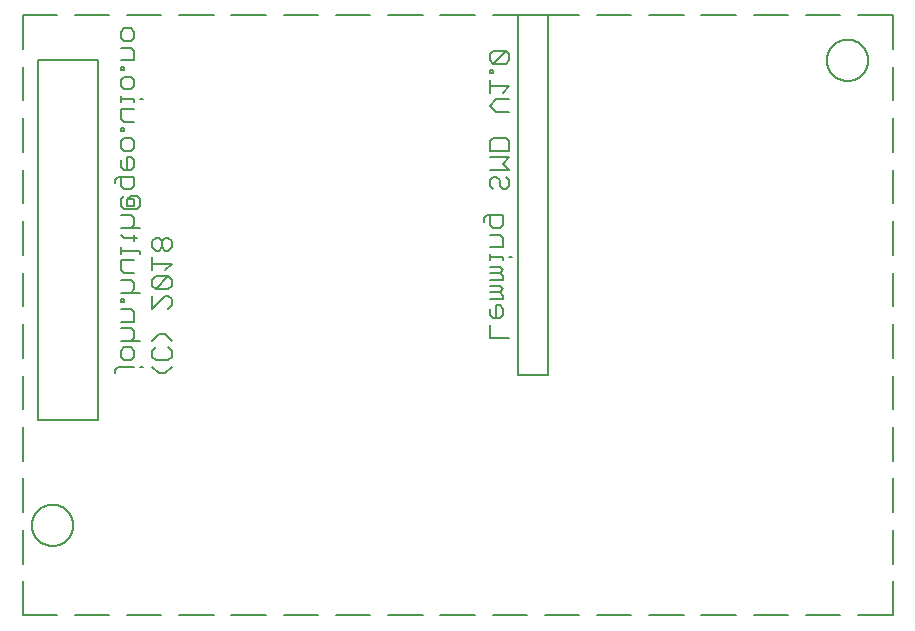
<source format=gbr>
G04 EAGLE Gerber RS-274X export*
G75*
%MOMM*%
%FSLAX34Y34*%
%LPD*%
%INSilkscreen Bottom*%
%IPPOS*%
%AMOC8*
5,1,8,0,0,1.08239X$1,22.5*%
G01*
%ADD10C,0.152400*%
%ADD11C,0.127000*%


D10*
X109982Y210418D02*
X115405Y204995D01*
X120829Y204995D01*
X126252Y210418D01*
X126252Y224044D02*
X123540Y226756D01*
X126252Y224044D02*
X126252Y218621D01*
X123540Y215909D01*
X112694Y215909D01*
X109982Y218621D01*
X109982Y224044D01*
X112694Y226756D01*
X109982Y232281D02*
X115405Y237704D01*
X120829Y237704D01*
X126252Y232281D01*
X109982Y259567D02*
X109982Y270413D01*
X109982Y259567D02*
X120829Y270413D01*
X123540Y270413D01*
X126252Y267702D01*
X126252Y262278D01*
X123540Y259567D01*
X123540Y275938D02*
X112694Y275938D01*
X123540Y275938D02*
X126252Y278650D01*
X126252Y284073D01*
X123540Y286785D01*
X112694Y286785D01*
X109982Y284073D01*
X109982Y278650D01*
X112694Y275938D01*
X123540Y286785D01*
X120829Y292310D02*
X126252Y297733D01*
X109982Y297733D01*
X109982Y292310D02*
X109982Y303156D01*
X123540Y308681D02*
X126252Y311393D01*
X126252Y316816D01*
X123540Y319528D01*
X120829Y319528D01*
X118117Y316816D01*
X115405Y319528D01*
X112694Y319528D01*
X109982Y316816D01*
X109982Y311393D01*
X112694Y308681D01*
X115405Y308681D01*
X118117Y311393D01*
X120829Y308681D01*
X123540Y308681D01*
X118117Y311393D02*
X118117Y316816D01*
X77889Y207706D02*
X77889Y204995D01*
X77889Y207706D02*
X80600Y210418D01*
X94159Y210418D01*
X99582Y210418D02*
X102294Y210418D01*
X83312Y218621D02*
X83312Y224044D01*
X86024Y226756D01*
X91447Y226756D01*
X94159Y224044D01*
X94159Y218621D01*
X91447Y215909D01*
X86024Y215909D01*
X83312Y218621D01*
X83312Y232281D02*
X99582Y232281D01*
X94159Y234992D02*
X91447Y232281D01*
X94159Y234992D02*
X94159Y240416D01*
X91447Y243127D01*
X83312Y243127D01*
X83312Y248652D02*
X94159Y248652D01*
X94159Y256787D01*
X91447Y259499D01*
X83312Y259499D01*
X83312Y265024D02*
X86024Y265024D01*
X86024Y267735D01*
X83312Y267735D01*
X83312Y265024D01*
X83312Y273210D02*
X99582Y273210D01*
X94159Y275921D02*
X91447Y273210D01*
X94159Y275921D02*
X94159Y281345D01*
X91447Y284056D01*
X83312Y284056D01*
X86024Y289581D02*
X94159Y289581D01*
X86024Y289581D02*
X83312Y292293D01*
X83312Y300428D01*
X94159Y300428D01*
X99582Y305953D02*
X99582Y308664D01*
X83312Y308664D01*
X83312Y305953D02*
X83312Y311376D01*
X86024Y319579D02*
X96870Y319579D01*
X86024Y319579D02*
X83312Y322290D01*
X94159Y322290D02*
X94159Y316867D01*
X99582Y327781D02*
X83312Y327781D01*
X91447Y327781D02*
X94159Y330493D01*
X94159Y335916D01*
X91447Y338628D01*
X83312Y338628D01*
X83312Y352288D02*
X86024Y355000D01*
X83312Y352288D02*
X83312Y346865D01*
X86024Y344153D01*
X96870Y344153D01*
X99582Y346865D01*
X99582Y352288D01*
X96870Y355000D01*
X91447Y355000D01*
X88735Y352288D01*
X88735Y346865D01*
X94159Y346865D01*
X94159Y352288D01*
X88735Y352288D01*
X77889Y365948D02*
X77889Y368660D01*
X80600Y371371D01*
X94159Y371371D01*
X94159Y363236D01*
X91447Y360525D01*
X86024Y360525D01*
X83312Y363236D01*
X83312Y371371D01*
X83312Y379608D02*
X83312Y385031D01*
X83312Y379608D02*
X86024Y376896D01*
X91447Y376896D01*
X94159Y379608D01*
X94159Y385031D01*
X91447Y387743D01*
X88735Y387743D01*
X88735Y376896D01*
X83312Y395979D02*
X83312Y401403D01*
X86024Y404114D01*
X91447Y404114D01*
X94159Y401403D01*
X94159Y395979D01*
X91447Y393268D01*
X86024Y393268D01*
X83312Y395979D01*
X83312Y409639D02*
X86024Y409639D01*
X86024Y412351D01*
X83312Y412351D01*
X83312Y409639D01*
X86024Y417825D02*
X94159Y417825D01*
X86024Y417825D02*
X83312Y420537D01*
X83312Y428672D01*
X94159Y428672D01*
X94159Y434197D02*
X94159Y436908D01*
X83312Y436908D01*
X83312Y434197D02*
X83312Y439620D01*
X99582Y436908D02*
X102294Y436908D01*
X83312Y447823D02*
X83312Y453246D01*
X86024Y455958D01*
X91447Y455958D01*
X94159Y453246D01*
X94159Y447823D01*
X91447Y445111D01*
X86024Y445111D01*
X83312Y447823D01*
X83312Y461483D02*
X86024Y461483D01*
X86024Y464194D01*
X83312Y464194D01*
X83312Y461483D01*
X83312Y469668D02*
X94159Y469668D01*
X94159Y477803D01*
X91447Y480515D01*
X83312Y480515D01*
X83312Y488752D02*
X83312Y494175D01*
X86024Y496887D01*
X91447Y496887D01*
X94159Y494175D01*
X94159Y488752D01*
X91447Y486040D01*
X86024Y486040D01*
X83312Y488752D01*
X395732Y235060D02*
X412002Y235060D01*
X395732Y235060D02*
X395732Y245906D01*
X395732Y254143D02*
X395732Y259566D01*
X395732Y254143D02*
X398444Y251431D01*
X403867Y251431D01*
X406579Y254143D01*
X406579Y259566D01*
X403867Y262278D01*
X401155Y262278D01*
X401155Y251431D01*
X395732Y267803D02*
X406579Y267803D01*
X406579Y270514D01*
X403867Y273226D01*
X395732Y273226D01*
X403867Y273226D02*
X406579Y275938D01*
X403867Y278649D01*
X395732Y278649D01*
X395732Y284174D02*
X406579Y284174D01*
X406579Y286886D01*
X403867Y289598D01*
X395732Y289598D01*
X403867Y289598D02*
X406579Y292309D01*
X403867Y295021D01*
X395732Y295021D01*
X406579Y300546D02*
X406579Y303257D01*
X395732Y303257D01*
X395732Y300546D02*
X395732Y305969D01*
X412002Y303257D02*
X414714Y303257D01*
X406579Y311460D02*
X395732Y311460D01*
X406579Y311460D02*
X406579Y319595D01*
X403867Y322307D01*
X395732Y322307D01*
X390309Y333255D02*
X390309Y335967D01*
X393020Y338678D01*
X406579Y338678D01*
X406579Y330543D01*
X403867Y327832D01*
X398444Y327832D01*
X395732Y330543D01*
X395732Y338678D01*
X412002Y368710D02*
X409290Y371421D01*
X412002Y368710D02*
X412002Y363286D01*
X409290Y360575D01*
X406579Y360575D01*
X403867Y363286D01*
X403867Y368710D01*
X401155Y371421D01*
X398444Y371421D01*
X395732Y368710D01*
X395732Y363286D01*
X398444Y360575D01*
X395732Y376946D02*
X412002Y376946D01*
X406579Y382370D01*
X412002Y387793D01*
X395732Y387793D01*
X395732Y393318D02*
X412002Y393318D01*
X395732Y393318D02*
X395732Y401453D01*
X398444Y404165D01*
X409290Y404165D01*
X412002Y401453D01*
X412002Y393318D01*
X412002Y426061D02*
X401155Y426061D01*
X395732Y431484D01*
X401155Y436908D01*
X412002Y436908D01*
X406579Y442433D02*
X412002Y447856D01*
X395732Y447856D01*
X395732Y442433D02*
X395732Y453279D01*
X395732Y458804D02*
X398444Y458804D01*
X398444Y461516D01*
X395732Y461516D01*
X395732Y458804D01*
X398444Y466990D02*
X409290Y466990D01*
X412002Y469702D01*
X412002Y475125D01*
X409290Y477837D01*
X398444Y477837D01*
X395732Y475125D01*
X395732Y469702D01*
X398444Y466990D01*
X409290Y477837D01*
D11*
X419100Y508000D02*
X444500Y508000D01*
X63500Y469900D02*
X12700Y469900D01*
X0Y28583D02*
X0Y0D01*
X0Y43583D02*
X0Y72167D01*
X0Y87167D02*
X0Y115750D01*
X0Y130750D02*
X0Y159333D01*
X0Y174333D02*
X0Y202917D01*
X0Y217917D02*
X0Y246500D01*
X0Y261500D02*
X0Y290083D01*
X0Y305083D02*
X0Y333667D01*
X0Y348667D02*
X0Y377250D01*
X0Y392250D02*
X0Y420833D01*
X0Y435833D02*
X0Y464417D01*
X0Y479417D02*
X0Y508000D01*
X29212Y508000D01*
X44212Y508000D02*
X73424Y508000D01*
X88424Y508000D02*
X117635Y508000D01*
X132635Y508000D02*
X161847Y508000D01*
X176847Y508000D02*
X206059Y508000D01*
X221059Y508000D02*
X250271Y508000D01*
X265271Y508000D02*
X294482Y508000D01*
X309482Y508000D02*
X338694Y508000D01*
X353694Y508000D02*
X382906Y508000D01*
X397906Y508000D02*
X427118Y508000D01*
X442118Y508000D02*
X471329Y508000D01*
X486329Y508000D02*
X515541Y508000D01*
X530541Y508000D02*
X559753Y508000D01*
X574753Y508000D02*
X603965Y508000D01*
X618965Y508000D02*
X648176Y508000D01*
X663176Y508000D02*
X692388Y508000D01*
X707388Y508000D02*
X736600Y508000D01*
X736600Y479417D01*
X736600Y464417D02*
X736600Y435833D01*
X736600Y420833D02*
X736600Y392250D01*
X736600Y377250D02*
X736600Y348667D01*
X736600Y333667D02*
X736600Y305083D01*
X736600Y290083D02*
X736600Y261500D01*
X736600Y246500D02*
X736600Y217917D01*
X736600Y202917D02*
X736600Y174333D01*
X736600Y159333D02*
X736600Y130750D01*
X736600Y115750D02*
X736600Y87167D01*
X736600Y72167D02*
X736600Y43583D01*
X736600Y28583D02*
X736600Y0D01*
X707388Y0D01*
X692388Y0D02*
X663176Y0D01*
X648176Y0D02*
X618965Y0D01*
X603965Y0D02*
X574753Y0D01*
X559753Y0D02*
X530541Y0D01*
X515541Y0D02*
X486329Y0D01*
X471329Y0D02*
X442118Y0D01*
X427118Y0D02*
X397906Y0D01*
X382906Y0D02*
X353694Y0D01*
X338694Y0D02*
X309482Y0D01*
X294482Y0D02*
X265271Y0D01*
X250271Y0D02*
X221059Y0D01*
X206059Y0D02*
X176847Y0D01*
X161847Y0D02*
X132635Y0D01*
X117635Y0D02*
X88424Y0D01*
X73424Y0D02*
X44212Y0D01*
X29212Y0D02*
X0Y0D01*
X7900Y76200D02*
X7905Y76629D01*
X7921Y77059D01*
X7947Y77487D01*
X7984Y77915D01*
X8032Y78342D01*
X8089Y78768D01*
X8158Y79192D01*
X8236Y79614D01*
X8325Y80034D01*
X8424Y80452D01*
X8534Y80867D01*
X8654Y81280D01*
X8783Y81689D01*
X8923Y82096D01*
X9073Y82498D01*
X9232Y82897D01*
X9401Y83292D01*
X9580Y83682D01*
X9769Y84068D01*
X9966Y84449D01*
X10173Y84826D01*
X10390Y85197D01*
X10615Y85562D01*
X10849Y85922D01*
X11092Y86277D01*
X11344Y86625D01*
X11604Y86967D01*
X11872Y87302D01*
X12149Y87631D01*
X12433Y87952D01*
X12726Y88267D01*
X13026Y88574D01*
X13333Y88874D01*
X13648Y89167D01*
X13969Y89451D01*
X14298Y89728D01*
X14633Y89996D01*
X14975Y90256D01*
X15323Y90508D01*
X15678Y90751D01*
X16038Y90985D01*
X16403Y91210D01*
X16774Y91427D01*
X17151Y91634D01*
X17532Y91831D01*
X17918Y92020D01*
X18308Y92199D01*
X18703Y92368D01*
X19102Y92527D01*
X19504Y92677D01*
X19911Y92817D01*
X20320Y92946D01*
X20733Y93066D01*
X21148Y93176D01*
X21566Y93275D01*
X21986Y93364D01*
X22408Y93442D01*
X22832Y93511D01*
X23258Y93568D01*
X23685Y93616D01*
X24113Y93653D01*
X24541Y93679D01*
X24971Y93695D01*
X25400Y93700D01*
X25829Y93695D01*
X26259Y93679D01*
X26687Y93653D01*
X27115Y93616D01*
X27542Y93568D01*
X27968Y93511D01*
X28392Y93442D01*
X28814Y93364D01*
X29234Y93275D01*
X29652Y93176D01*
X30067Y93066D01*
X30480Y92946D01*
X30889Y92817D01*
X31296Y92677D01*
X31698Y92527D01*
X32097Y92368D01*
X32492Y92199D01*
X32882Y92020D01*
X33268Y91831D01*
X33649Y91634D01*
X34026Y91427D01*
X34397Y91210D01*
X34762Y90985D01*
X35122Y90751D01*
X35477Y90508D01*
X35825Y90256D01*
X36167Y89996D01*
X36502Y89728D01*
X36831Y89451D01*
X37152Y89167D01*
X37467Y88874D01*
X37774Y88574D01*
X38074Y88267D01*
X38367Y87952D01*
X38651Y87631D01*
X38928Y87302D01*
X39196Y86967D01*
X39456Y86625D01*
X39708Y86277D01*
X39951Y85922D01*
X40185Y85562D01*
X40410Y85197D01*
X40627Y84826D01*
X40834Y84449D01*
X41031Y84068D01*
X41220Y83682D01*
X41399Y83292D01*
X41568Y82897D01*
X41727Y82498D01*
X41877Y82096D01*
X42017Y81689D01*
X42146Y81280D01*
X42266Y80867D01*
X42376Y80452D01*
X42475Y80034D01*
X42564Y79614D01*
X42642Y79192D01*
X42711Y78768D01*
X42768Y78342D01*
X42816Y77915D01*
X42853Y77487D01*
X42879Y77059D01*
X42895Y76629D01*
X42900Y76200D01*
X42895Y75771D01*
X42879Y75341D01*
X42853Y74913D01*
X42816Y74485D01*
X42768Y74058D01*
X42711Y73632D01*
X42642Y73208D01*
X42564Y72786D01*
X42475Y72366D01*
X42376Y71948D01*
X42266Y71533D01*
X42146Y71120D01*
X42017Y70711D01*
X41877Y70304D01*
X41727Y69902D01*
X41568Y69503D01*
X41399Y69108D01*
X41220Y68718D01*
X41031Y68332D01*
X40834Y67951D01*
X40627Y67574D01*
X40410Y67203D01*
X40185Y66838D01*
X39951Y66478D01*
X39708Y66123D01*
X39456Y65775D01*
X39196Y65433D01*
X38928Y65098D01*
X38651Y64769D01*
X38367Y64448D01*
X38074Y64133D01*
X37774Y63826D01*
X37467Y63526D01*
X37152Y63233D01*
X36831Y62949D01*
X36502Y62672D01*
X36167Y62404D01*
X35825Y62144D01*
X35477Y61892D01*
X35122Y61649D01*
X34762Y61415D01*
X34397Y61190D01*
X34026Y60973D01*
X33649Y60766D01*
X33268Y60569D01*
X32882Y60380D01*
X32492Y60201D01*
X32097Y60032D01*
X31698Y59873D01*
X31296Y59723D01*
X30889Y59583D01*
X30480Y59454D01*
X30067Y59334D01*
X29652Y59224D01*
X29234Y59125D01*
X28814Y59036D01*
X28392Y58958D01*
X27968Y58889D01*
X27542Y58832D01*
X27115Y58784D01*
X26687Y58747D01*
X26259Y58721D01*
X25829Y58705D01*
X25400Y58700D01*
X24971Y58705D01*
X24541Y58721D01*
X24113Y58747D01*
X23685Y58784D01*
X23258Y58832D01*
X22832Y58889D01*
X22408Y58958D01*
X21986Y59036D01*
X21566Y59125D01*
X21148Y59224D01*
X20733Y59334D01*
X20320Y59454D01*
X19911Y59583D01*
X19504Y59723D01*
X19102Y59873D01*
X18703Y60032D01*
X18308Y60201D01*
X17918Y60380D01*
X17532Y60569D01*
X17151Y60766D01*
X16774Y60973D01*
X16403Y61190D01*
X16038Y61415D01*
X15678Y61649D01*
X15323Y61892D01*
X14975Y62144D01*
X14633Y62404D01*
X14298Y62672D01*
X13969Y62949D01*
X13648Y63233D01*
X13333Y63526D01*
X13026Y63826D01*
X12726Y64133D01*
X12433Y64448D01*
X12149Y64769D01*
X11872Y65098D01*
X11604Y65433D01*
X11344Y65775D01*
X11092Y66123D01*
X10849Y66478D01*
X10615Y66838D01*
X10390Y67203D01*
X10173Y67574D01*
X9966Y67951D01*
X9769Y68332D01*
X9580Y68718D01*
X9401Y69108D01*
X9232Y69503D01*
X9073Y69902D01*
X8923Y70304D01*
X8783Y70711D01*
X8654Y71120D01*
X8534Y71533D01*
X8424Y71948D01*
X8325Y72366D01*
X8236Y72786D01*
X8158Y73208D01*
X8089Y73632D01*
X8032Y74058D01*
X7984Y74485D01*
X7947Y74913D01*
X7921Y75341D01*
X7905Y75771D01*
X7900Y76200D01*
X681000Y469900D02*
X681005Y470329D01*
X681021Y470759D01*
X681047Y471187D01*
X681084Y471615D01*
X681132Y472042D01*
X681189Y472468D01*
X681258Y472892D01*
X681336Y473314D01*
X681425Y473734D01*
X681524Y474152D01*
X681634Y474567D01*
X681754Y474980D01*
X681883Y475389D01*
X682023Y475796D01*
X682173Y476198D01*
X682332Y476597D01*
X682501Y476992D01*
X682680Y477382D01*
X682869Y477768D01*
X683066Y478149D01*
X683273Y478526D01*
X683490Y478897D01*
X683715Y479262D01*
X683949Y479622D01*
X684192Y479977D01*
X684444Y480325D01*
X684704Y480667D01*
X684972Y481002D01*
X685249Y481331D01*
X685533Y481652D01*
X685826Y481967D01*
X686126Y482274D01*
X686433Y482574D01*
X686748Y482867D01*
X687069Y483151D01*
X687398Y483428D01*
X687733Y483696D01*
X688075Y483956D01*
X688423Y484208D01*
X688778Y484451D01*
X689138Y484685D01*
X689503Y484910D01*
X689874Y485127D01*
X690251Y485334D01*
X690632Y485531D01*
X691018Y485720D01*
X691408Y485899D01*
X691803Y486068D01*
X692202Y486227D01*
X692604Y486377D01*
X693011Y486517D01*
X693420Y486646D01*
X693833Y486766D01*
X694248Y486876D01*
X694666Y486975D01*
X695086Y487064D01*
X695508Y487142D01*
X695932Y487211D01*
X696358Y487268D01*
X696785Y487316D01*
X697213Y487353D01*
X697641Y487379D01*
X698071Y487395D01*
X698500Y487400D01*
X698929Y487395D01*
X699359Y487379D01*
X699787Y487353D01*
X700215Y487316D01*
X700642Y487268D01*
X701068Y487211D01*
X701492Y487142D01*
X701914Y487064D01*
X702334Y486975D01*
X702752Y486876D01*
X703167Y486766D01*
X703580Y486646D01*
X703989Y486517D01*
X704396Y486377D01*
X704798Y486227D01*
X705197Y486068D01*
X705592Y485899D01*
X705982Y485720D01*
X706368Y485531D01*
X706749Y485334D01*
X707126Y485127D01*
X707497Y484910D01*
X707862Y484685D01*
X708222Y484451D01*
X708577Y484208D01*
X708925Y483956D01*
X709267Y483696D01*
X709602Y483428D01*
X709931Y483151D01*
X710252Y482867D01*
X710567Y482574D01*
X710874Y482274D01*
X711174Y481967D01*
X711467Y481652D01*
X711751Y481331D01*
X712028Y481002D01*
X712296Y480667D01*
X712556Y480325D01*
X712808Y479977D01*
X713051Y479622D01*
X713285Y479262D01*
X713510Y478897D01*
X713727Y478526D01*
X713934Y478149D01*
X714131Y477768D01*
X714320Y477382D01*
X714499Y476992D01*
X714668Y476597D01*
X714827Y476198D01*
X714977Y475796D01*
X715117Y475389D01*
X715246Y474980D01*
X715366Y474567D01*
X715476Y474152D01*
X715575Y473734D01*
X715664Y473314D01*
X715742Y472892D01*
X715811Y472468D01*
X715868Y472042D01*
X715916Y471615D01*
X715953Y471187D01*
X715979Y470759D01*
X715995Y470329D01*
X716000Y469900D01*
X715995Y469471D01*
X715979Y469041D01*
X715953Y468613D01*
X715916Y468185D01*
X715868Y467758D01*
X715811Y467332D01*
X715742Y466908D01*
X715664Y466486D01*
X715575Y466066D01*
X715476Y465648D01*
X715366Y465233D01*
X715246Y464820D01*
X715117Y464411D01*
X714977Y464004D01*
X714827Y463602D01*
X714668Y463203D01*
X714499Y462808D01*
X714320Y462418D01*
X714131Y462032D01*
X713934Y461651D01*
X713727Y461274D01*
X713510Y460903D01*
X713285Y460538D01*
X713051Y460178D01*
X712808Y459823D01*
X712556Y459475D01*
X712296Y459133D01*
X712028Y458798D01*
X711751Y458469D01*
X711467Y458148D01*
X711174Y457833D01*
X710874Y457526D01*
X710567Y457226D01*
X710252Y456933D01*
X709931Y456649D01*
X709602Y456372D01*
X709267Y456104D01*
X708925Y455844D01*
X708577Y455592D01*
X708222Y455349D01*
X707862Y455115D01*
X707497Y454890D01*
X707126Y454673D01*
X706749Y454466D01*
X706368Y454269D01*
X705982Y454080D01*
X705592Y453901D01*
X705197Y453732D01*
X704798Y453573D01*
X704396Y453423D01*
X703989Y453283D01*
X703580Y453154D01*
X703167Y453034D01*
X702752Y452924D01*
X702334Y452825D01*
X701914Y452736D01*
X701492Y452658D01*
X701068Y452589D01*
X700642Y452532D01*
X700215Y452484D01*
X699787Y452447D01*
X699359Y452421D01*
X698929Y452405D01*
X698500Y452400D01*
X698071Y452405D01*
X697641Y452421D01*
X697213Y452447D01*
X696785Y452484D01*
X696358Y452532D01*
X695932Y452589D01*
X695508Y452658D01*
X695086Y452736D01*
X694666Y452825D01*
X694248Y452924D01*
X693833Y453034D01*
X693420Y453154D01*
X693011Y453283D01*
X692604Y453423D01*
X692202Y453573D01*
X691803Y453732D01*
X691408Y453901D01*
X691018Y454080D01*
X690632Y454269D01*
X690251Y454466D01*
X689874Y454673D01*
X689503Y454890D01*
X689138Y455115D01*
X688778Y455349D01*
X688423Y455592D01*
X688075Y455844D01*
X687733Y456104D01*
X687398Y456372D01*
X687069Y456649D01*
X686748Y456933D01*
X686433Y457226D01*
X686126Y457526D01*
X685826Y457833D01*
X685533Y458148D01*
X685249Y458469D01*
X684972Y458798D01*
X684704Y459133D01*
X684444Y459475D01*
X684192Y459823D01*
X683949Y460178D01*
X683715Y460538D01*
X683490Y460903D01*
X683273Y461274D01*
X683066Y461651D01*
X682869Y462032D01*
X682680Y462418D01*
X682501Y462808D01*
X682332Y463203D01*
X682173Y463602D01*
X682023Y464004D01*
X681883Y464411D01*
X681754Y464820D01*
X681634Y465233D01*
X681524Y465648D01*
X681425Y466066D01*
X681336Y466486D01*
X681258Y466908D01*
X681189Y467332D01*
X681132Y467758D01*
X681084Y468185D01*
X681047Y468613D01*
X681021Y469041D01*
X681005Y469471D01*
X681000Y469900D01*
X63500Y469900D02*
X63500Y165100D01*
X12700Y165100D01*
X12700Y469900D01*
X444500Y508000D02*
X444500Y203200D01*
X419100Y203200D02*
X419100Y508000D01*
X419100Y203200D02*
X444500Y203200D01*
M02*

</source>
